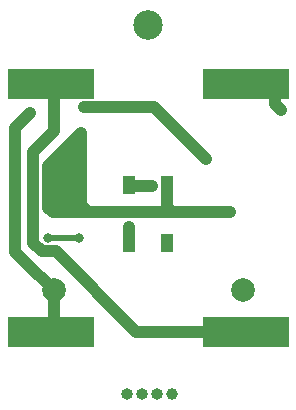
<source format=gbr>
G04 #@! TF.GenerationSoftware,KiCad,Pcbnew,(5.1.9)-1*
G04 #@! TF.CreationDate,2021-05-25T21:01:33+02:00*
G04 #@! TF.ProjectId,Omamori,4f6d616d-6f72-4692-9e6b-696361645f70,rev?*
G04 #@! TF.SameCoordinates,Original*
G04 #@! TF.FileFunction,Copper,L1,Top*
G04 #@! TF.FilePolarity,Positive*
%FSLAX46Y46*%
G04 Gerber Fmt 4.6, Leading zero omitted, Abs format (unit mm)*
G04 Created by KiCad (PCBNEW (5.1.9)-1) date 2021-05-25 21:01:33*
%MOMM*%
%LPD*%
G01*
G04 APERTURE LIST*
G04 #@! TA.AperFunction,ComponentPad*
%ADD10C,1.000000*%
G04 #@! TD*
G04 #@! TA.AperFunction,ComponentPad*
%ADD11O,1.000000X1.000000*%
G04 #@! TD*
G04 #@! TA.AperFunction,SMDPad,CuDef*
%ADD12R,7.400000X2.500000*%
G04 #@! TD*
G04 #@! TA.AperFunction,ComponentPad*
%ADD13C,2.000000*%
G04 #@! TD*
G04 #@! TA.AperFunction,SMDPad,CuDef*
%ADD14R,1.000000X1.500000*%
G04 #@! TD*
G04 #@! TA.AperFunction,ViaPad*
%ADD15C,2.500000*%
G04 #@! TD*
G04 #@! TA.AperFunction,ViaPad*
%ADD16C,0.800000*%
G04 #@! TD*
G04 #@! TA.AperFunction,Conductor*
%ADD17C,1.000000*%
G04 #@! TD*
G04 #@! TA.AperFunction,Conductor*
%ADD18C,0.500000*%
G04 #@! TD*
G04 #@! TA.AperFunction,Conductor*
%ADD19C,0.250000*%
G04 #@! TD*
G04 #@! TA.AperFunction,Conductor*
%ADD20C,0.100000*%
G04 #@! TD*
G04 APERTURE END LIST*
D10*
X27000000Y-45800000D03*
D11*
X25730000Y-45800000D03*
X24460000Y-45800000D03*
X23190000Y-45800000D03*
D12*
X16750000Y-19500000D03*
X16750000Y-40500000D03*
X33250000Y-19500000D03*
X33250000Y-40500000D03*
D13*
X17000000Y-37000000D03*
X33000000Y-37000000D03*
D14*
X26600000Y-28050000D03*
X23400000Y-28050000D03*
X26600000Y-32950000D03*
X23400000Y-32950000D03*
D15*
X25000000Y-14500000D03*
D16*
X16500000Y-30000000D03*
X13750000Y-31700000D03*
X15000000Y-22000000D03*
X19300000Y-23700000D03*
X31900000Y-30400000D03*
X19600000Y-30300000D03*
X36250000Y-21750000D03*
X16500000Y-32600000D03*
X19100000Y-32600000D03*
X19600000Y-21500000D03*
X29900000Y-25900000D03*
X23400000Y-31600000D03*
X25300000Y-28200000D03*
D17*
X19250000Y-30000000D02*
X16500000Y-30000000D01*
X17000000Y-37000000D02*
X14500000Y-34500000D01*
X19250000Y-30000000D02*
X19250000Y-23750000D01*
X13750000Y-33750000D02*
X13750000Y-30000000D01*
X14500000Y-34500000D02*
X13750000Y-33750000D01*
X13750000Y-23250000D02*
X15000000Y-22000000D01*
X13750000Y-30000000D02*
X13750000Y-23250000D01*
X17000000Y-37000000D02*
X17000000Y-40500000D01*
X16500000Y-30000000D02*
X16500000Y-26500000D01*
X19300000Y-23700000D02*
X16500000Y-26500000D01*
X26600000Y-30200000D02*
X26799990Y-30399990D01*
X26600000Y-28050000D02*
X26600000Y-30200000D01*
X31899990Y-30399990D02*
X26799990Y-30399990D01*
X16899990Y-30399990D02*
X16500000Y-30000000D01*
X19300000Y-29800000D02*
X19899990Y-30399990D01*
X19300000Y-23700000D02*
X19300000Y-29800000D01*
X19899990Y-30399990D02*
X16899990Y-30399990D01*
X26799990Y-30399990D02*
X19899990Y-30399990D01*
X17000000Y-19500000D02*
X17000000Y-23500000D01*
X17000000Y-23500000D02*
X15250000Y-25250000D01*
X15250000Y-25250000D02*
X15250000Y-32978002D01*
X33250000Y-40500000D02*
X24000000Y-40500000D01*
X15971999Y-33700001D02*
X15250000Y-32978002D01*
X17200001Y-33700001D02*
X15971999Y-33700001D01*
X24000000Y-40500000D02*
X17200001Y-33700001D01*
X32750000Y-19500000D02*
X35750000Y-19500000D01*
X35750000Y-21250000D02*
X36250000Y-21750000D01*
X35750000Y-19500000D02*
X35750000Y-21250000D01*
D18*
X16500000Y-32600000D02*
X18700000Y-32600000D01*
D17*
X25500000Y-21500000D02*
X19600000Y-21500000D01*
X25500000Y-21500000D02*
X29900000Y-25900000D01*
D19*
X23350000Y-33000000D02*
X23400000Y-32950000D01*
X23400000Y-32950000D02*
X23200000Y-32950000D01*
D17*
X23400000Y-31600000D02*
X23400000Y-32950000D01*
D19*
X23400000Y-28100000D02*
X23400000Y-28050000D01*
D17*
X23550000Y-28200000D02*
X23400000Y-28050000D01*
X25300000Y-28200000D02*
X23550000Y-28200000D01*
D20*
X19200000Y-29950000D02*
X16550000Y-29950000D01*
X16550000Y-26270710D01*
X19200000Y-23620710D01*
X19200000Y-29950000D01*
G04 #@! TA.AperFunction,Conductor*
G36*
X19200000Y-29950000D02*
G01*
X16550000Y-29950000D01*
X16550000Y-26270710D01*
X19200000Y-23620710D01*
X19200000Y-29950000D01*
G37*
G04 #@! TD.AperFunction*
X27579290Y-30250000D02*
X25620710Y-30250000D01*
X26600000Y-29270710D01*
X27579290Y-30250000D01*
G04 #@! TA.AperFunction,Conductor*
G36*
X27579290Y-30250000D02*
G01*
X25620710Y-30250000D01*
X26600000Y-29270710D01*
X27579290Y-30250000D01*
G37*
G04 #@! TD.AperFunction*
M02*

</source>
